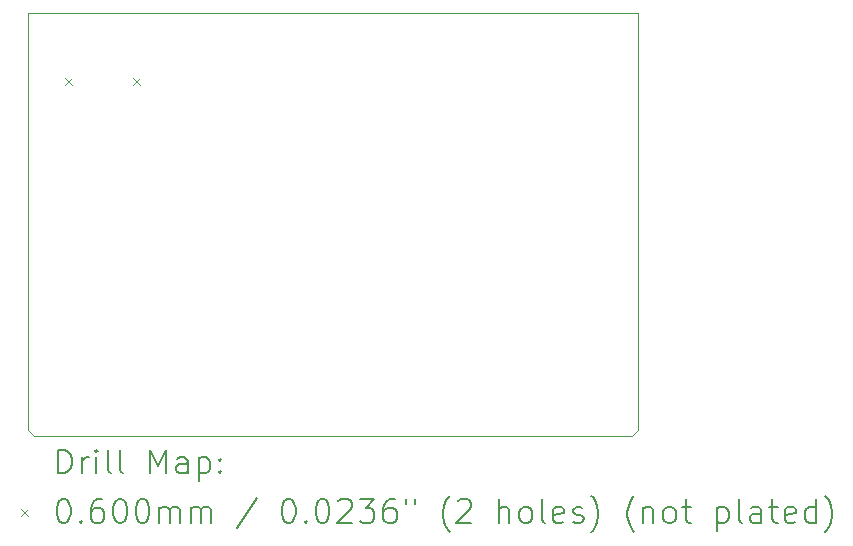
<source format=gbr>
%TF.GenerationSoftware,KiCad,Pcbnew,(6.0.7)*%
%TF.CreationDate,2023-03-31T21:15:41+02:00*%
%TF.ProjectId,airboy_cartridge,61697262-6f79-45f6-9361-727472696467,rev?*%
%TF.SameCoordinates,Original*%
%TF.FileFunction,Drillmap*%
%TF.FilePolarity,Positive*%
%FSLAX45Y45*%
G04 Gerber Fmt 4.5, Leading zero omitted, Abs format (unit mm)*
G04 Created by KiCad (PCBNEW (6.0.7)) date 2023-03-31 21:15:41*
%MOMM*%
%LPD*%
G01*
G04 APERTURE LIST*
%ADD10C,0.100000*%
%ADD11C,0.200000*%
%ADD12C,0.060000*%
G04 APERTURE END LIST*
D10*
X12420000Y-8600000D02*
X12420000Y-12130000D01*
X17580000Y-8600000D02*
X17580000Y-12130000D01*
X12420000Y-8600000D02*
X17580000Y-8600000D01*
X12470000Y-12180000D02*
X17530000Y-12180000D01*
X17530000Y-12180000D02*
X17580000Y-12130000D01*
X12420000Y-12130000D02*
X12470000Y-12180000D01*
D11*
D12*
X12731000Y-9147500D02*
X12791000Y-9207500D01*
X12791000Y-9147500D02*
X12731000Y-9207500D01*
X13309000Y-9147500D02*
X13369000Y-9207500D01*
X13369000Y-9147500D02*
X13309000Y-9207500D01*
D11*
X12672619Y-12495476D02*
X12672619Y-12295476D01*
X12720238Y-12295476D01*
X12748809Y-12305000D01*
X12767857Y-12324048D01*
X12777381Y-12343095D01*
X12786905Y-12381190D01*
X12786905Y-12409762D01*
X12777381Y-12447857D01*
X12767857Y-12466905D01*
X12748809Y-12485952D01*
X12720238Y-12495476D01*
X12672619Y-12495476D01*
X12872619Y-12495476D02*
X12872619Y-12362143D01*
X12872619Y-12400238D02*
X12882143Y-12381190D01*
X12891667Y-12371667D01*
X12910714Y-12362143D01*
X12929762Y-12362143D01*
X12996428Y-12495476D02*
X12996428Y-12362143D01*
X12996428Y-12295476D02*
X12986905Y-12305000D01*
X12996428Y-12314524D01*
X13005952Y-12305000D01*
X12996428Y-12295476D01*
X12996428Y-12314524D01*
X13120238Y-12495476D02*
X13101190Y-12485952D01*
X13091667Y-12466905D01*
X13091667Y-12295476D01*
X13225000Y-12495476D02*
X13205952Y-12485952D01*
X13196428Y-12466905D01*
X13196428Y-12295476D01*
X13453571Y-12495476D02*
X13453571Y-12295476D01*
X13520238Y-12438333D01*
X13586905Y-12295476D01*
X13586905Y-12495476D01*
X13767857Y-12495476D02*
X13767857Y-12390714D01*
X13758333Y-12371667D01*
X13739286Y-12362143D01*
X13701190Y-12362143D01*
X13682143Y-12371667D01*
X13767857Y-12485952D02*
X13748809Y-12495476D01*
X13701190Y-12495476D01*
X13682143Y-12485952D01*
X13672619Y-12466905D01*
X13672619Y-12447857D01*
X13682143Y-12428809D01*
X13701190Y-12419286D01*
X13748809Y-12419286D01*
X13767857Y-12409762D01*
X13863095Y-12362143D02*
X13863095Y-12562143D01*
X13863095Y-12371667D02*
X13882143Y-12362143D01*
X13920238Y-12362143D01*
X13939286Y-12371667D01*
X13948809Y-12381190D01*
X13958333Y-12400238D01*
X13958333Y-12457381D01*
X13948809Y-12476428D01*
X13939286Y-12485952D01*
X13920238Y-12495476D01*
X13882143Y-12495476D01*
X13863095Y-12485952D01*
X14044048Y-12476428D02*
X14053571Y-12485952D01*
X14044048Y-12495476D01*
X14034524Y-12485952D01*
X14044048Y-12476428D01*
X14044048Y-12495476D01*
X14044048Y-12371667D02*
X14053571Y-12381190D01*
X14044048Y-12390714D01*
X14034524Y-12381190D01*
X14044048Y-12371667D01*
X14044048Y-12390714D01*
D12*
X12355000Y-12795000D02*
X12415000Y-12855000D01*
X12415000Y-12795000D02*
X12355000Y-12855000D01*
D11*
X12710714Y-12715476D02*
X12729762Y-12715476D01*
X12748809Y-12725000D01*
X12758333Y-12734524D01*
X12767857Y-12753571D01*
X12777381Y-12791667D01*
X12777381Y-12839286D01*
X12767857Y-12877381D01*
X12758333Y-12896428D01*
X12748809Y-12905952D01*
X12729762Y-12915476D01*
X12710714Y-12915476D01*
X12691667Y-12905952D01*
X12682143Y-12896428D01*
X12672619Y-12877381D01*
X12663095Y-12839286D01*
X12663095Y-12791667D01*
X12672619Y-12753571D01*
X12682143Y-12734524D01*
X12691667Y-12725000D01*
X12710714Y-12715476D01*
X12863095Y-12896428D02*
X12872619Y-12905952D01*
X12863095Y-12915476D01*
X12853571Y-12905952D01*
X12863095Y-12896428D01*
X12863095Y-12915476D01*
X13044048Y-12715476D02*
X13005952Y-12715476D01*
X12986905Y-12725000D01*
X12977381Y-12734524D01*
X12958333Y-12763095D01*
X12948809Y-12801190D01*
X12948809Y-12877381D01*
X12958333Y-12896428D01*
X12967857Y-12905952D01*
X12986905Y-12915476D01*
X13025000Y-12915476D01*
X13044048Y-12905952D01*
X13053571Y-12896428D01*
X13063095Y-12877381D01*
X13063095Y-12829762D01*
X13053571Y-12810714D01*
X13044048Y-12801190D01*
X13025000Y-12791667D01*
X12986905Y-12791667D01*
X12967857Y-12801190D01*
X12958333Y-12810714D01*
X12948809Y-12829762D01*
X13186905Y-12715476D02*
X13205952Y-12715476D01*
X13225000Y-12725000D01*
X13234524Y-12734524D01*
X13244048Y-12753571D01*
X13253571Y-12791667D01*
X13253571Y-12839286D01*
X13244048Y-12877381D01*
X13234524Y-12896428D01*
X13225000Y-12905952D01*
X13205952Y-12915476D01*
X13186905Y-12915476D01*
X13167857Y-12905952D01*
X13158333Y-12896428D01*
X13148809Y-12877381D01*
X13139286Y-12839286D01*
X13139286Y-12791667D01*
X13148809Y-12753571D01*
X13158333Y-12734524D01*
X13167857Y-12725000D01*
X13186905Y-12715476D01*
X13377381Y-12715476D02*
X13396428Y-12715476D01*
X13415476Y-12725000D01*
X13425000Y-12734524D01*
X13434524Y-12753571D01*
X13444048Y-12791667D01*
X13444048Y-12839286D01*
X13434524Y-12877381D01*
X13425000Y-12896428D01*
X13415476Y-12905952D01*
X13396428Y-12915476D01*
X13377381Y-12915476D01*
X13358333Y-12905952D01*
X13348809Y-12896428D01*
X13339286Y-12877381D01*
X13329762Y-12839286D01*
X13329762Y-12791667D01*
X13339286Y-12753571D01*
X13348809Y-12734524D01*
X13358333Y-12725000D01*
X13377381Y-12715476D01*
X13529762Y-12915476D02*
X13529762Y-12782143D01*
X13529762Y-12801190D02*
X13539286Y-12791667D01*
X13558333Y-12782143D01*
X13586905Y-12782143D01*
X13605952Y-12791667D01*
X13615476Y-12810714D01*
X13615476Y-12915476D01*
X13615476Y-12810714D02*
X13625000Y-12791667D01*
X13644048Y-12782143D01*
X13672619Y-12782143D01*
X13691667Y-12791667D01*
X13701190Y-12810714D01*
X13701190Y-12915476D01*
X13796428Y-12915476D02*
X13796428Y-12782143D01*
X13796428Y-12801190D02*
X13805952Y-12791667D01*
X13825000Y-12782143D01*
X13853571Y-12782143D01*
X13872619Y-12791667D01*
X13882143Y-12810714D01*
X13882143Y-12915476D01*
X13882143Y-12810714D02*
X13891667Y-12791667D01*
X13910714Y-12782143D01*
X13939286Y-12782143D01*
X13958333Y-12791667D01*
X13967857Y-12810714D01*
X13967857Y-12915476D01*
X14358333Y-12705952D02*
X14186905Y-12963095D01*
X14615476Y-12715476D02*
X14634524Y-12715476D01*
X14653571Y-12725000D01*
X14663095Y-12734524D01*
X14672619Y-12753571D01*
X14682143Y-12791667D01*
X14682143Y-12839286D01*
X14672619Y-12877381D01*
X14663095Y-12896428D01*
X14653571Y-12905952D01*
X14634524Y-12915476D01*
X14615476Y-12915476D01*
X14596428Y-12905952D01*
X14586905Y-12896428D01*
X14577381Y-12877381D01*
X14567857Y-12839286D01*
X14567857Y-12791667D01*
X14577381Y-12753571D01*
X14586905Y-12734524D01*
X14596428Y-12725000D01*
X14615476Y-12715476D01*
X14767857Y-12896428D02*
X14777381Y-12905952D01*
X14767857Y-12915476D01*
X14758333Y-12905952D01*
X14767857Y-12896428D01*
X14767857Y-12915476D01*
X14901190Y-12715476D02*
X14920238Y-12715476D01*
X14939286Y-12725000D01*
X14948809Y-12734524D01*
X14958333Y-12753571D01*
X14967857Y-12791667D01*
X14967857Y-12839286D01*
X14958333Y-12877381D01*
X14948809Y-12896428D01*
X14939286Y-12905952D01*
X14920238Y-12915476D01*
X14901190Y-12915476D01*
X14882143Y-12905952D01*
X14872619Y-12896428D01*
X14863095Y-12877381D01*
X14853571Y-12839286D01*
X14853571Y-12791667D01*
X14863095Y-12753571D01*
X14872619Y-12734524D01*
X14882143Y-12725000D01*
X14901190Y-12715476D01*
X15044048Y-12734524D02*
X15053571Y-12725000D01*
X15072619Y-12715476D01*
X15120238Y-12715476D01*
X15139286Y-12725000D01*
X15148809Y-12734524D01*
X15158333Y-12753571D01*
X15158333Y-12772619D01*
X15148809Y-12801190D01*
X15034524Y-12915476D01*
X15158333Y-12915476D01*
X15225000Y-12715476D02*
X15348809Y-12715476D01*
X15282143Y-12791667D01*
X15310714Y-12791667D01*
X15329762Y-12801190D01*
X15339286Y-12810714D01*
X15348809Y-12829762D01*
X15348809Y-12877381D01*
X15339286Y-12896428D01*
X15329762Y-12905952D01*
X15310714Y-12915476D01*
X15253571Y-12915476D01*
X15234524Y-12905952D01*
X15225000Y-12896428D01*
X15520238Y-12715476D02*
X15482143Y-12715476D01*
X15463095Y-12725000D01*
X15453571Y-12734524D01*
X15434524Y-12763095D01*
X15425000Y-12801190D01*
X15425000Y-12877381D01*
X15434524Y-12896428D01*
X15444048Y-12905952D01*
X15463095Y-12915476D01*
X15501190Y-12915476D01*
X15520238Y-12905952D01*
X15529762Y-12896428D01*
X15539286Y-12877381D01*
X15539286Y-12829762D01*
X15529762Y-12810714D01*
X15520238Y-12801190D01*
X15501190Y-12791667D01*
X15463095Y-12791667D01*
X15444048Y-12801190D01*
X15434524Y-12810714D01*
X15425000Y-12829762D01*
X15615476Y-12715476D02*
X15615476Y-12753571D01*
X15691667Y-12715476D02*
X15691667Y-12753571D01*
X15986905Y-12991667D02*
X15977381Y-12982143D01*
X15958333Y-12953571D01*
X15948809Y-12934524D01*
X15939286Y-12905952D01*
X15929762Y-12858333D01*
X15929762Y-12820238D01*
X15939286Y-12772619D01*
X15948809Y-12744048D01*
X15958333Y-12725000D01*
X15977381Y-12696428D01*
X15986905Y-12686905D01*
X16053571Y-12734524D02*
X16063095Y-12725000D01*
X16082143Y-12715476D01*
X16129762Y-12715476D01*
X16148809Y-12725000D01*
X16158333Y-12734524D01*
X16167857Y-12753571D01*
X16167857Y-12772619D01*
X16158333Y-12801190D01*
X16044048Y-12915476D01*
X16167857Y-12915476D01*
X16405952Y-12915476D02*
X16405952Y-12715476D01*
X16491667Y-12915476D02*
X16491667Y-12810714D01*
X16482143Y-12791667D01*
X16463095Y-12782143D01*
X16434524Y-12782143D01*
X16415476Y-12791667D01*
X16405952Y-12801190D01*
X16615476Y-12915476D02*
X16596428Y-12905952D01*
X16586905Y-12896428D01*
X16577381Y-12877381D01*
X16577381Y-12820238D01*
X16586905Y-12801190D01*
X16596428Y-12791667D01*
X16615476Y-12782143D01*
X16644048Y-12782143D01*
X16663095Y-12791667D01*
X16672619Y-12801190D01*
X16682143Y-12820238D01*
X16682143Y-12877381D01*
X16672619Y-12896428D01*
X16663095Y-12905952D01*
X16644048Y-12915476D01*
X16615476Y-12915476D01*
X16796429Y-12915476D02*
X16777381Y-12905952D01*
X16767857Y-12886905D01*
X16767857Y-12715476D01*
X16948810Y-12905952D02*
X16929762Y-12915476D01*
X16891667Y-12915476D01*
X16872619Y-12905952D01*
X16863095Y-12886905D01*
X16863095Y-12810714D01*
X16872619Y-12791667D01*
X16891667Y-12782143D01*
X16929762Y-12782143D01*
X16948810Y-12791667D01*
X16958333Y-12810714D01*
X16958333Y-12829762D01*
X16863095Y-12848809D01*
X17034524Y-12905952D02*
X17053571Y-12915476D01*
X17091667Y-12915476D01*
X17110714Y-12905952D01*
X17120238Y-12886905D01*
X17120238Y-12877381D01*
X17110714Y-12858333D01*
X17091667Y-12848809D01*
X17063095Y-12848809D01*
X17044048Y-12839286D01*
X17034524Y-12820238D01*
X17034524Y-12810714D01*
X17044048Y-12791667D01*
X17063095Y-12782143D01*
X17091667Y-12782143D01*
X17110714Y-12791667D01*
X17186905Y-12991667D02*
X17196429Y-12982143D01*
X17215476Y-12953571D01*
X17225000Y-12934524D01*
X17234524Y-12905952D01*
X17244048Y-12858333D01*
X17244048Y-12820238D01*
X17234524Y-12772619D01*
X17225000Y-12744048D01*
X17215476Y-12725000D01*
X17196429Y-12696428D01*
X17186905Y-12686905D01*
X17548810Y-12991667D02*
X17539286Y-12982143D01*
X17520238Y-12953571D01*
X17510714Y-12934524D01*
X17501190Y-12905952D01*
X17491667Y-12858333D01*
X17491667Y-12820238D01*
X17501190Y-12772619D01*
X17510714Y-12744048D01*
X17520238Y-12725000D01*
X17539286Y-12696428D01*
X17548810Y-12686905D01*
X17625000Y-12782143D02*
X17625000Y-12915476D01*
X17625000Y-12801190D02*
X17634524Y-12791667D01*
X17653571Y-12782143D01*
X17682143Y-12782143D01*
X17701190Y-12791667D01*
X17710714Y-12810714D01*
X17710714Y-12915476D01*
X17834524Y-12915476D02*
X17815476Y-12905952D01*
X17805952Y-12896428D01*
X17796429Y-12877381D01*
X17796429Y-12820238D01*
X17805952Y-12801190D01*
X17815476Y-12791667D01*
X17834524Y-12782143D01*
X17863095Y-12782143D01*
X17882143Y-12791667D01*
X17891667Y-12801190D01*
X17901190Y-12820238D01*
X17901190Y-12877381D01*
X17891667Y-12896428D01*
X17882143Y-12905952D01*
X17863095Y-12915476D01*
X17834524Y-12915476D01*
X17958333Y-12782143D02*
X18034524Y-12782143D01*
X17986905Y-12715476D02*
X17986905Y-12886905D01*
X17996429Y-12905952D01*
X18015476Y-12915476D01*
X18034524Y-12915476D01*
X18253571Y-12782143D02*
X18253571Y-12982143D01*
X18253571Y-12791667D02*
X18272619Y-12782143D01*
X18310714Y-12782143D01*
X18329762Y-12791667D01*
X18339286Y-12801190D01*
X18348810Y-12820238D01*
X18348810Y-12877381D01*
X18339286Y-12896428D01*
X18329762Y-12905952D01*
X18310714Y-12915476D01*
X18272619Y-12915476D01*
X18253571Y-12905952D01*
X18463095Y-12915476D02*
X18444048Y-12905952D01*
X18434524Y-12886905D01*
X18434524Y-12715476D01*
X18625000Y-12915476D02*
X18625000Y-12810714D01*
X18615476Y-12791667D01*
X18596429Y-12782143D01*
X18558333Y-12782143D01*
X18539286Y-12791667D01*
X18625000Y-12905952D02*
X18605952Y-12915476D01*
X18558333Y-12915476D01*
X18539286Y-12905952D01*
X18529762Y-12886905D01*
X18529762Y-12867857D01*
X18539286Y-12848809D01*
X18558333Y-12839286D01*
X18605952Y-12839286D01*
X18625000Y-12829762D01*
X18691667Y-12782143D02*
X18767857Y-12782143D01*
X18720238Y-12715476D02*
X18720238Y-12886905D01*
X18729762Y-12905952D01*
X18748810Y-12915476D01*
X18767857Y-12915476D01*
X18910714Y-12905952D02*
X18891667Y-12915476D01*
X18853571Y-12915476D01*
X18834524Y-12905952D01*
X18825000Y-12886905D01*
X18825000Y-12810714D01*
X18834524Y-12791667D01*
X18853571Y-12782143D01*
X18891667Y-12782143D01*
X18910714Y-12791667D01*
X18920238Y-12810714D01*
X18920238Y-12829762D01*
X18825000Y-12848809D01*
X19091667Y-12915476D02*
X19091667Y-12715476D01*
X19091667Y-12905952D02*
X19072619Y-12915476D01*
X19034524Y-12915476D01*
X19015476Y-12905952D01*
X19005952Y-12896428D01*
X18996429Y-12877381D01*
X18996429Y-12820238D01*
X19005952Y-12801190D01*
X19015476Y-12791667D01*
X19034524Y-12782143D01*
X19072619Y-12782143D01*
X19091667Y-12791667D01*
X19167857Y-12991667D02*
X19177381Y-12982143D01*
X19196429Y-12953571D01*
X19205952Y-12934524D01*
X19215476Y-12905952D01*
X19225000Y-12858333D01*
X19225000Y-12820238D01*
X19215476Y-12772619D01*
X19205952Y-12744048D01*
X19196429Y-12725000D01*
X19177381Y-12696428D01*
X19167857Y-12686905D01*
M02*

</source>
